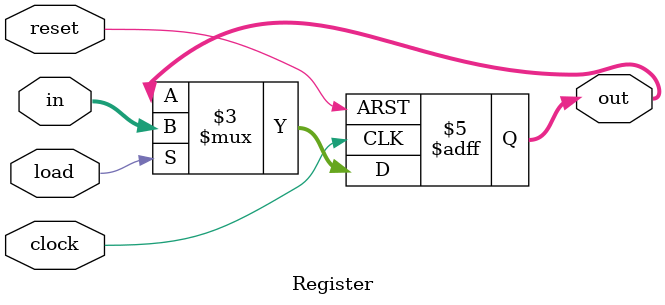
<source format=v>
module Register(in, load, out, reset, clock);
    input [31:0] in;
    input load, reset, clock;
    output [31:0] out;
    
    reg [31:0] out;

    always @(posedge clock, posedge reset) begin
        if(reset) begin
            out <= 32'h00000000;
        end else if(load) begin
            out <= in;
        end else begin
            out <= out;
        end
    end
endmodule

</source>
